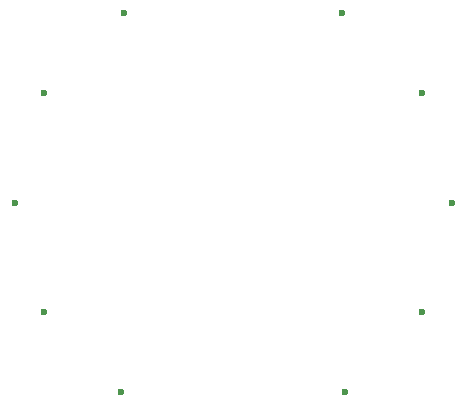
<source format=gts>
%TF.GenerationSoftware,KiCad,Pcbnew,8.0.7*%
%TF.CreationDate,2024-12-04T21:27:38-06:00*%
%TF.ProjectId,b3,62332e6b-6963-4616-945f-706362585858,rev?*%
%TF.SameCoordinates,Original*%
%TF.FileFunction,Soldermask,Top*%
%TF.FilePolarity,Negative*%
%FSLAX46Y46*%
G04 Gerber Fmt 4.6, Leading zero omitted, Abs format (unit mm)*
G04 Created by KiCad (PCBNEW 8.0.7) date 2024-12-04 21:27:38*
%MOMM*%
%LPD*%
G01*
G04 APERTURE LIST*
%ADD10C,0.600000*%
G04 APERTURE END LIST*
D10*
%TO.C,T51*%
X133978530Y-40750000D03*
%TD*%
%TO.C,T43*%
X166021469Y-40750000D03*
%TD*%
%TO.C,T50*%
X131500000Y-50000000D03*
%TD*%
%TO.C,T48*%
X140500000Y-66021469D03*
%TD*%
%TO.C,T44*%
X168500000Y-50000000D03*
%TD*%
%TO.C,T45*%
X166021469Y-59250000D03*
%TD*%
%TO.C,T46*%
X159500000Y-66021469D03*
%TD*%
%TO.C,T52*%
X140750000Y-33978530D03*
%TD*%
%TO.C,T49*%
X133978530Y-59250000D03*
%TD*%
%TO.C,T42*%
X159250000Y-33978530D03*
%TD*%
M02*

</source>
